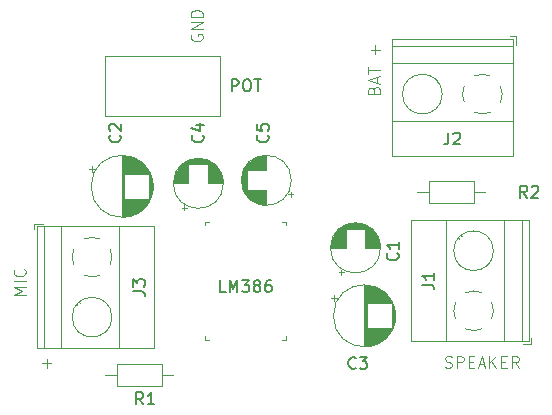
<source format=gbr>
%TF.GenerationSoftware,KiCad,Pcbnew,8.0.5*%
%TF.CreationDate,2024-12-26T15:01:40+03:00*%
%TF.ProjectId,LM386_Audio_Amplifier,4c4d3338-365f-4417-9564-696f5f416d70,v01*%
%TF.SameCoordinates,Original*%
%TF.FileFunction,Legend,Top*%
%TF.FilePolarity,Positive*%
%FSLAX46Y46*%
G04 Gerber Fmt 4.6, Leading zero omitted, Abs format (unit mm)*
G04 Created by KiCad (PCBNEW 8.0.5) date 2024-12-26 15:01:40*
%MOMM*%
%LPD*%
G01*
G04 APERTURE LIST*
%ADD10C,0.100000*%
%ADD11C,0.150000*%
%ADD12C,0.120000*%
G04 APERTURE END LIST*
D10*
X110303884Y-83491466D02*
X111065789Y-83491466D01*
X110684836Y-83872419D02*
X110684836Y-83110514D01*
X122920038Y-55672306D02*
X122872419Y-55767544D01*
X122872419Y-55767544D02*
X122872419Y-55910401D01*
X122872419Y-55910401D02*
X122920038Y-56053258D01*
X122920038Y-56053258D02*
X123015276Y-56148496D01*
X123015276Y-56148496D02*
X123110514Y-56196115D01*
X123110514Y-56196115D02*
X123300990Y-56243734D01*
X123300990Y-56243734D02*
X123443847Y-56243734D01*
X123443847Y-56243734D02*
X123634323Y-56196115D01*
X123634323Y-56196115D02*
X123729561Y-56148496D01*
X123729561Y-56148496D02*
X123824800Y-56053258D01*
X123824800Y-56053258D02*
X123872419Y-55910401D01*
X123872419Y-55910401D02*
X123872419Y-55815163D01*
X123872419Y-55815163D02*
X123824800Y-55672306D01*
X123824800Y-55672306D02*
X123777180Y-55624687D01*
X123777180Y-55624687D02*
X123443847Y-55624687D01*
X123443847Y-55624687D02*
X123443847Y-55815163D01*
X123872419Y-55196115D02*
X122872419Y-55196115D01*
X122872419Y-55196115D02*
X123872419Y-54624687D01*
X123872419Y-54624687D02*
X122872419Y-54624687D01*
X123872419Y-54148496D02*
X122872419Y-54148496D01*
X122872419Y-54148496D02*
X122872419Y-53910401D01*
X122872419Y-53910401D02*
X122920038Y-53767544D01*
X122920038Y-53767544D02*
X123015276Y-53672306D01*
X123015276Y-53672306D02*
X123110514Y-53624687D01*
X123110514Y-53624687D02*
X123300990Y-53577068D01*
X123300990Y-53577068D02*
X123443847Y-53577068D01*
X123443847Y-53577068D02*
X123634323Y-53624687D01*
X123634323Y-53624687D02*
X123729561Y-53672306D01*
X123729561Y-53672306D02*
X123824800Y-53767544D01*
X123824800Y-53767544D02*
X123872419Y-53910401D01*
X123872419Y-53910401D02*
X123872419Y-54148496D01*
X138348609Y-60362782D02*
X138396228Y-60219925D01*
X138396228Y-60219925D02*
X138443847Y-60172306D01*
X138443847Y-60172306D02*
X138539085Y-60124687D01*
X138539085Y-60124687D02*
X138681942Y-60124687D01*
X138681942Y-60124687D02*
X138777180Y-60172306D01*
X138777180Y-60172306D02*
X138824800Y-60219925D01*
X138824800Y-60219925D02*
X138872419Y-60315163D01*
X138872419Y-60315163D02*
X138872419Y-60696115D01*
X138872419Y-60696115D02*
X137872419Y-60696115D01*
X137872419Y-60696115D02*
X137872419Y-60362782D01*
X137872419Y-60362782D02*
X137920038Y-60267544D01*
X137920038Y-60267544D02*
X137967657Y-60219925D01*
X137967657Y-60219925D02*
X138062895Y-60172306D01*
X138062895Y-60172306D02*
X138158133Y-60172306D01*
X138158133Y-60172306D02*
X138253371Y-60219925D01*
X138253371Y-60219925D02*
X138300990Y-60267544D01*
X138300990Y-60267544D02*
X138348609Y-60362782D01*
X138348609Y-60362782D02*
X138348609Y-60696115D01*
X138586704Y-59743734D02*
X138586704Y-59267544D01*
X138872419Y-59838972D02*
X137872419Y-59505639D01*
X137872419Y-59505639D02*
X138872419Y-59172306D01*
X137872419Y-58981829D02*
X137872419Y-58410401D01*
X138872419Y-58696115D02*
X137872419Y-58696115D01*
X138491466Y-57315162D02*
X138491466Y-56553258D01*
X138872419Y-56934210D02*
X138110514Y-56934210D01*
X108872419Y-77696115D02*
X107872419Y-77696115D01*
X107872419Y-77696115D02*
X108586704Y-77362782D01*
X108586704Y-77362782D02*
X107872419Y-77029449D01*
X107872419Y-77029449D02*
X108872419Y-77029449D01*
X108872419Y-76553258D02*
X107872419Y-76553258D01*
X108777180Y-75505640D02*
X108824800Y-75553259D01*
X108824800Y-75553259D02*
X108872419Y-75696116D01*
X108872419Y-75696116D02*
X108872419Y-75791354D01*
X108872419Y-75791354D02*
X108824800Y-75934211D01*
X108824800Y-75934211D02*
X108729561Y-76029449D01*
X108729561Y-76029449D02*
X108634323Y-76077068D01*
X108634323Y-76077068D02*
X108443847Y-76124687D01*
X108443847Y-76124687D02*
X108300990Y-76124687D01*
X108300990Y-76124687D02*
X108110514Y-76077068D01*
X108110514Y-76077068D02*
X108015276Y-76029449D01*
X108015276Y-76029449D02*
X107920038Y-75934211D01*
X107920038Y-75934211D02*
X107872419Y-75791354D01*
X107872419Y-75791354D02*
X107872419Y-75696116D01*
X107872419Y-75696116D02*
X107920038Y-75553259D01*
X107920038Y-75553259D02*
X107967657Y-75505640D01*
X144380952Y-83824800D02*
X144523809Y-83872419D01*
X144523809Y-83872419D02*
X144761904Y-83872419D01*
X144761904Y-83872419D02*
X144857142Y-83824800D01*
X144857142Y-83824800D02*
X144904761Y-83777180D01*
X144904761Y-83777180D02*
X144952380Y-83681942D01*
X144952380Y-83681942D02*
X144952380Y-83586704D01*
X144952380Y-83586704D02*
X144904761Y-83491466D01*
X144904761Y-83491466D02*
X144857142Y-83443847D01*
X144857142Y-83443847D02*
X144761904Y-83396228D01*
X144761904Y-83396228D02*
X144571428Y-83348609D01*
X144571428Y-83348609D02*
X144476190Y-83300990D01*
X144476190Y-83300990D02*
X144428571Y-83253371D01*
X144428571Y-83253371D02*
X144380952Y-83158133D01*
X144380952Y-83158133D02*
X144380952Y-83062895D01*
X144380952Y-83062895D02*
X144428571Y-82967657D01*
X144428571Y-82967657D02*
X144476190Y-82920038D01*
X144476190Y-82920038D02*
X144571428Y-82872419D01*
X144571428Y-82872419D02*
X144809523Y-82872419D01*
X144809523Y-82872419D02*
X144952380Y-82920038D01*
X145380952Y-83872419D02*
X145380952Y-82872419D01*
X145380952Y-82872419D02*
X145761904Y-82872419D01*
X145761904Y-82872419D02*
X145857142Y-82920038D01*
X145857142Y-82920038D02*
X145904761Y-82967657D01*
X145904761Y-82967657D02*
X145952380Y-83062895D01*
X145952380Y-83062895D02*
X145952380Y-83205752D01*
X145952380Y-83205752D02*
X145904761Y-83300990D01*
X145904761Y-83300990D02*
X145857142Y-83348609D01*
X145857142Y-83348609D02*
X145761904Y-83396228D01*
X145761904Y-83396228D02*
X145380952Y-83396228D01*
X146380952Y-83348609D02*
X146714285Y-83348609D01*
X146857142Y-83872419D02*
X146380952Y-83872419D01*
X146380952Y-83872419D02*
X146380952Y-82872419D01*
X146380952Y-82872419D02*
X146857142Y-82872419D01*
X147238095Y-83586704D02*
X147714285Y-83586704D01*
X147142857Y-83872419D02*
X147476190Y-82872419D01*
X147476190Y-82872419D02*
X147809523Y-83872419D01*
X148142857Y-83872419D02*
X148142857Y-82872419D01*
X148714285Y-83872419D02*
X148285714Y-83300990D01*
X148714285Y-82872419D02*
X148142857Y-83443847D01*
X149142857Y-83348609D02*
X149476190Y-83348609D01*
X149619047Y-83872419D02*
X149142857Y-83872419D01*
X149142857Y-83872419D02*
X149142857Y-82872419D01*
X149142857Y-82872419D02*
X149619047Y-82872419D01*
X150619047Y-83872419D02*
X150285714Y-83396228D01*
X150047619Y-83872419D02*
X150047619Y-82872419D01*
X150047619Y-82872419D02*
X150428571Y-82872419D01*
X150428571Y-82872419D02*
X150523809Y-82920038D01*
X150523809Y-82920038D02*
X150571428Y-82967657D01*
X150571428Y-82967657D02*
X150619047Y-83062895D01*
X150619047Y-83062895D02*
X150619047Y-83205752D01*
X150619047Y-83205752D02*
X150571428Y-83300990D01*
X150571428Y-83300990D02*
X150523809Y-83348609D01*
X150523809Y-83348609D02*
X150428571Y-83396228D01*
X150428571Y-83396228D02*
X150047619Y-83396228D01*
D11*
X126333333Y-60454819D02*
X126333333Y-59454819D01*
X126333333Y-59454819D02*
X126714285Y-59454819D01*
X126714285Y-59454819D02*
X126809523Y-59502438D01*
X126809523Y-59502438D02*
X126857142Y-59550057D01*
X126857142Y-59550057D02*
X126904761Y-59645295D01*
X126904761Y-59645295D02*
X126904761Y-59788152D01*
X126904761Y-59788152D02*
X126857142Y-59883390D01*
X126857142Y-59883390D02*
X126809523Y-59931009D01*
X126809523Y-59931009D02*
X126714285Y-59978628D01*
X126714285Y-59978628D02*
X126333333Y-59978628D01*
X127523809Y-59454819D02*
X127714285Y-59454819D01*
X127714285Y-59454819D02*
X127809523Y-59502438D01*
X127809523Y-59502438D02*
X127904761Y-59597676D01*
X127904761Y-59597676D02*
X127952380Y-59788152D01*
X127952380Y-59788152D02*
X127952380Y-60121485D01*
X127952380Y-60121485D02*
X127904761Y-60311961D01*
X127904761Y-60311961D02*
X127809523Y-60407200D01*
X127809523Y-60407200D02*
X127714285Y-60454819D01*
X127714285Y-60454819D02*
X127523809Y-60454819D01*
X127523809Y-60454819D02*
X127428571Y-60407200D01*
X127428571Y-60407200D02*
X127333333Y-60311961D01*
X127333333Y-60311961D02*
X127285714Y-60121485D01*
X127285714Y-60121485D02*
X127285714Y-59788152D01*
X127285714Y-59788152D02*
X127333333Y-59597676D01*
X127333333Y-59597676D02*
X127428571Y-59502438D01*
X127428571Y-59502438D02*
X127523809Y-59454819D01*
X128238095Y-59454819D02*
X128809523Y-59454819D01*
X128523809Y-60454819D02*
X128523809Y-59454819D01*
X144671666Y-63954819D02*
X144671666Y-64669104D01*
X144671666Y-64669104D02*
X144624047Y-64811961D01*
X144624047Y-64811961D02*
X144528809Y-64907200D01*
X144528809Y-64907200D02*
X144385952Y-64954819D01*
X144385952Y-64954819D02*
X144290714Y-64954819D01*
X145100238Y-64050057D02*
X145147857Y-64002438D01*
X145147857Y-64002438D02*
X145243095Y-63954819D01*
X145243095Y-63954819D02*
X145481190Y-63954819D01*
X145481190Y-63954819D02*
X145576428Y-64002438D01*
X145576428Y-64002438D02*
X145624047Y-64050057D01*
X145624047Y-64050057D02*
X145671666Y-64145295D01*
X145671666Y-64145295D02*
X145671666Y-64240533D01*
X145671666Y-64240533D02*
X145624047Y-64383390D01*
X145624047Y-64383390D02*
X145052619Y-64954819D01*
X145052619Y-64954819D02*
X145671666Y-64954819D01*
X125809523Y-77454819D02*
X125333333Y-77454819D01*
X125333333Y-77454819D02*
X125333333Y-76454819D01*
X126142857Y-77454819D02*
X126142857Y-76454819D01*
X126142857Y-76454819D02*
X126476190Y-77169104D01*
X126476190Y-77169104D02*
X126809523Y-76454819D01*
X126809523Y-76454819D02*
X126809523Y-77454819D01*
X127190476Y-76454819D02*
X127809523Y-76454819D01*
X127809523Y-76454819D02*
X127476190Y-76835771D01*
X127476190Y-76835771D02*
X127619047Y-76835771D01*
X127619047Y-76835771D02*
X127714285Y-76883390D01*
X127714285Y-76883390D02*
X127761904Y-76931009D01*
X127761904Y-76931009D02*
X127809523Y-77026247D01*
X127809523Y-77026247D02*
X127809523Y-77264342D01*
X127809523Y-77264342D02*
X127761904Y-77359580D01*
X127761904Y-77359580D02*
X127714285Y-77407200D01*
X127714285Y-77407200D02*
X127619047Y-77454819D01*
X127619047Y-77454819D02*
X127333333Y-77454819D01*
X127333333Y-77454819D02*
X127238095Y-77407200D01*
X127238095Y-77407200D02*
X127190476Y-77359580D01*
X128380952Y-76883390D02*
X128285714Y-76835771D01*
X128285714Y-76835771D02*
X128238095Y-76788152D01*
X128238095Y-76788152D02*
X128190476Y-76692914D01*
X128190476Y-76692914D02*
X128190476Y-76645295D01*
X128190476Y-76645295D02*
X128238095Y-76550057D01*
X128238095Y-76550057D02*
X128285714Y-76502438D01*
X128285714Y-76502438D02*
X128380952Y-76454819D01*
X128380952Y-76454819D02*
X128571428Y-76454819D01*
X128571428Y-76454819D02*
X128666666Y-76502438D01*
X128666666Y-76502438D02*
X128714285Y-76550057D01*
X128714285Y-76550057D02*
X128761904Y-76645295D01*
X128761904Y-76645295D02*
X128761904Y-76692914D01*
X128761904Y-76692914D02*
X128714285Y-76788152D01*
X128714285Y-76788152D02*
X128666666Y-76835771D01*
X128666666Y-76835771D02*
X128571428Y-76883390D01*
X128571428Y-76883390D02*
X128380952Y-76883390D01*
X128380952Y-76883390D02*
X128285714Y-76931009D01*
X128285714Y-76931009D02*
X128238095Y-76978628D01*
X128238095Y-76978628D02*
X128190476Y-77073866D01*
X128190476Y-77073866D02*
X128190476Y-77264342D01*
X128190476Y-77264342D02*
X128238095Y-77359580D01*
X128238095Y-77359580D02*
X128285714Y-77407200D01*
X128285714Y-77407200D02*
X128380952Y-77454819D01*
X128380952Y-77454819D02*
X128571428Y-77454819D01*
X128571428Y-77454819D02*
X128666666Y-77407200D01*
X128666666Y-77407200D02*
X128714285Y-77359580D01*
X128714285Y-77359580D02*
X128761904Y-77264342D01*
X128761904Y-77264342D02*
X128761904Y-77073866D01*
X128761904Y-77073866D02*
X128714285Y-76978628D01*
X128714285Y-76978628D02*
X128666666Y-76931009D01*
X128666666Y-76931009D02*
X128571428Y-76883390D01*
X129619047Y-76454819D02*
X129428571Y-76454819D01*
X129428571Y-76454819D02*
X129333333Y-76502438D01*
X129333333Y-76502438D02*
X129285714Y-76550057D01*
X129285714Y-76550057D02*
X129190476Y-76692914D01*
X129190476Y-76692914D02*
X129142857Y-76883390D01*
X129142857Y-76883390D02*
X129142857Y-77264342D01*
X129142857Y-77264342D02*
X129190476Y-77359580D01*
X129190476Y-77359580D02*
X129238095Y-77407200D01*
X129238095Y-77407200D02*
X129333333Y-77454819D01*
X129333333Y-77454819D02*
X129523809Y-77454819D01*
X129523809Y-77454819D02*
X129619047Y-77407200D01*
X129619047Y-77407200D02*
X129666666Y-77359580D01*
X129666666Y-77359580D02*
X129714285Y-77264342D01*
X129714285Y-77264342D02*
X129714285Y-77026247D01*
X129714285Y-77026247D02*
X129666666Y-76931009D01*
X129666666Y-76931009D02*
X129619047Y-76883390D01*
X129619047Y-76883390D02*
X129523809Y-76835771D01*
X129523809Y-76835771D02*
X129333333Y-76835771D01*
X129333333Y-76835771D02*
X129238095Y-76883390D01*
X129238095Y-76883390D02*
X129190476Y-76931009D01*
X129190476Y-76931009D02*
X129142857Y-77026247D01*
X151333333Y-69454819D02*
X151000000Y-68978628D01*
X150761905Y-69454819D02*
X150761905Y-68454819D01*
X150761905Y-68454819D02*
X151142857Y-68454819D01*
X151142857Y-68454819D02*
X151238095Y-68502438D01*
X151238095Y-68502438D02*
X151285714Y-68550057D01*
X151285714Y-68550057D02*
X151333333Y-68645295D01*
X151333333Y-68645295D02*
X151333333Y-68788152D01*
X151333333Y-68788152D02*
X151285714Y-68883390D01*
X151285714Y-68883390D02*
X151238095Y-68931009D01*
X151238095Y-68931009D02*
X151142857Y-68978628D01*
X151142857Y-68978628D02*
X150761905Y-68978628D01*
X151714286Y-68550057D02*
X151761905Y-68502438D01*
X151761905Y-68502438D02*
X151857143Y-68454819D01*
X151857143Y-68454819D02*
X152095238Y-68454819D01*
X152095238Y-68454819D02*
X152190476Y-68502438D01*
X152190476Y-68502438D02*
X152238095Y-68550057D01*
X152238095Y-68550057D02*
X152285714Y-68645295D01*
X152285714Y-68645295D02*
X152285714Y-68740533D01*
X152285714Y-68740533D02*
X152238095Y-68883390D01*
X152238095Y-68883390D02*
X151666667Y-69454819D01*
X151666667Y-69454819D02*
X152285714Y-69454819D01*
X118833333Y-86954819D02*
X118500000Y-86478628D01*
X118261905Y-86954819D02*
X118261905Y-85954819D01*
X118261905Y-85954819D02*
X118642857Y-85954819D01*
X118642857Y-85954819D02*
X118738095Y-86002438D01*
X118738095Y-86002438D02*
X118785714Y-86050057D01*
X118785714Y-86050057D02*
X118833333Y-86145295D01*
X118833333Y-86145295D02*
X118833333Y-86288152D01*
X118833333Y-86288152D02*
X118785714Y-86383390D01*
X118785714Y-86383390D02*
X118738095Y-86431009D01*
X118738095Y-86431009D02*
X118642857Y-86478628D01*
X118642857Y-86478628D02*
X118261905Y-86478628D01*
X119785714Y-86954819D02*
X119214286Y-86954819D01*
X119500000Y-86954819D02*
X119500000Y-85954819D01*
X119500000Y-85954819D02*
X119404762Y-86097676D01*
X119404762Y-86097676D02*
X119309524Y-86192914D01*
X119309524Y-86192914D02*
X119214286Y-86240533D01*
X117954819Y-77373333D02*
X118669104Y-77373333D01*
X118669104Y-77373333D02*
X118811961Y-77420952D01*
X118811961Y-77420952D02*
X118907200Y-77516190D01*
X118907200Y-77516190D02*
X118954819Y-77659047D01*
X118954819Y-77659047D02*
X118954819Y-77754285D01*
X117954819Y-76992380D02*
X117954819Y-76373333D01*
X117954819Y-76373333D02*
X118335771Y-76706666D01*
X118335771Y-76706666D02*
X118335771Y-76563809D01*
X118335771Y-76563809D02*
X118383390Y-76468571D01*
X118383390Y-76468571D02*
X118431009Y-76420952D01*
X118431009Y-76420952D02*
X118526247Y-76373333D01*
X118526247Y-76373333D02*
X118764342Y-76373333D01*
X118764342Y-76373333D02*
X118859580Y-76420952D01*
X118859580Y-76420952D02*
X118907200Y-76468571D01*
X118907200Y-76468571D02*
X118954819Y-76563809D01*
X118954819Y-76563809D02*
X118954819Y-76849523D01*
X118954819Y-76849523D02*
X118907200Y-76944761D01*
X118907200Y-76944761D02*
X118859580Y-76992380D01*
X142454819Y-76833333D02*
X143169104Y-76833333D01*
X143169104Y-76833333D02*
X143311961Y-76880952D01*
X143311961Y-76880952D02*
X143407200Y-76976190D01*
X143407200Y-76976190D02*
X143454819Y-77119047D01*
X143454819Y-77119047D02*
X143454819Y-77214285D01*
X143454819Y-75833333D02*
X143454819Y-76404761D01*
X143454819Y-76119047D02*
X142454819Y-76119047D01*
X142454819Y-76119047D02*
X142597676Y-76214285D01*
X142597676Y-76214285D02*
X142692914Y-76309523D01*
X142692914Y-76309523D02*
X142740533Y-76404761D01*
X129359580Y-64166666D02*
X129407200Y-64214285D01*
X129407200Y-64214285D02*
X129454819Y-64357142D01*
X129454819Y-64357142D02*
X129454819Y-64452380D01*
X129454819Y-64452380D02*
X129407200Y-64595237D01*
X129407200Y-64595237D02*
X129311961Y-64690475D01*
X129311961Y-64690475D02*
X129216723Y-64738094D01*
X129216723Y-64738094D02*
X129026247Y-64785713D01*
X129026247Y-64785713D02*
X128883390Y-64785713D01*
X128883390Y-64785713D02*
X128692914Y-64738094D01*
X128692914Y-64738094D02*
X128597676Y-64690475D01*
X128597676Y-64690475D02*
X128502438Y-64595237D01*
X128502438Y-64595237D02*
X128454819Y-64452380D01*
X128454819Y-64452380D02*
X128454819Y-64357142D01*
X128454819Y-64357142D02*
X128502438Y-64214285D01*
X128502438Y-64214285D02*
X128550057Y-64166666D01*
X128454819Y-63261904D02*
X128454819Y-63738094D01*
X128454819Y-63738094D02*
X128931009Y-63785713D01*
X128931009Y-63785713D02*
X128883390Y-63738094D01*
X128883390Y-63738094D02*
X128835771Y-63642856D01*
X128835771Y-63642856D02*
X128835771Y-63404761D01*
X128835771Y-63404761D02*
X128883390Y-63309523D01*
X128883390Y-63309523D02*
X128931009Y-63261904D01*
X128931009Y-63261904D02*
X129026247Y-63214285D01*
X129026247Y-63214285D02*
X129264342Y-63214285D01*
X129264342Y-63214285D02*
X129359580Y-63261904D01*
X129359580Y-63261904D02*
X129407200Y-63309523D01*
X129407200Y-63309523D02*
X129454819Y-63404761D01*
X129454819Y-63404761D02*
X129454819Y-63642856D01*
X129454819Y-63642856D02*
X129407200Y-63738094D01*
X129407200Y-63738094D02*
X129359580Y-63785713D01*
X123859580Y-64166666D02*
X123907200Y-64214285D01*
X123907200Y-64214285D02*
X123954819Y-64357142D01*
X123954819Y-64357142D02*
X123954819Y-64452380D01*
X123954819Y-64452380D02*
X123907200Y-64595237D01*
X123907200Y-64595237D02*
X123811961Y-64690475D01*
X123811961Y-64690475D02*
X123716723Y-64738094D01*
X123716723Y-64738094D02*
X123526247Y-64785713D01*
X123526247Y-64785713D02*
X123383390Y-64785713D01*
X123383390Y-64785713D02*
X123192914Y-64738094D01*
X123192914Y-64738094D02*
X123097676Y-64690475D01*
X123097676Y-64690475D02*
X123002438Y-64595237D01*
X123002438Y-64595237D02*
X122954819Y-64452380D01*
X122954819Y-64452380D02*
X122954819Y-64357142D01*
X122954819Y-64357142D02*
X123002438Y-64214285D01*
X123002438Y-64214285D02*
X123050057Y-64166666D01*
X123288152Y-63309523D02*
X123954819Y-63309523D01*
X122907200Y-63547618D02*
X123621485Y-63785713D01*
X123621485Y-63785713D02*
X123621485Y-63166666D01*
X136833333Y-83859580D02*
X136785714Y-83907200D01*
X136785714Y-83907200D02*
X136642857Y-83954819D01*
X136642857Y-83954819D02*
X136547619Y-83954819D01*
X136547619Y-83954819D02*
X136404762Y-83907200D01*
X136404762Y-83907200D02*
X136309524Y-83811961D01*
X136309524Y-83811961D02*
X136261905Y-83716723D01*
X136261905Y-83716723D02*
X136214286Y-83526247D01*
X136214286Y-83526247D02*
X136214286Y-83383390D01*
X136214286Y-83383390D02*
X136261905Y-83192914D01*
X136261905Y-83192914D02*
X136309524Y-83097676D01*
X136309524Y-83097676D02*
X136404762Y-83002438D01*
X136404762Y-83002438D02*
X136547619Y-82954819D01*
X136547619Y-82954819D02*
X136642857Y-82954819D01*
X136642857Y-82954819D02*
X136785714Y-83002438D01*
X136785714Y-83002438D02*
X136833333Y-83050057D01*
X137166667Y-82954819D02*
X137785714Y-82954819D01*
X137785714Y-82954819D02*
X137452381Y-83335771D01*
X137452381Y-83335771D02*
X137595238Y-83335771D01*
X137595238Y-83335771D02*
X137690476Y-83383390D01*
X137690476Y-83383390D02*
X137738095Y-83431009D01*
X137738095Y-83431009D02*
X137785714Y-83526247D01*
X137785714Y-83526247D02*
X137785714Y-83764342D01*
X137785714Y-83764342D02*
X137738095Y-83859580D01*
X137738095Y-83859580D02*
X137690476Y-83907200D01*
X137690476Y-83907200D02*
X137595238Y-83954819D01*
X137595238Y-83954819D02*
X137309524Y-83954819D01*
X137309524Y-83954819D02*
X137214286Y-83907200D01*
X137214286Y-83907200D02*
X137166667Y-83859580D01*
X116859580Y-64166666D02*
X116907200Y-64214285D01*
X116907200Y-64214285D02*
X116954819Y-64357142D01*
X116954819Y-64357142D02*
X116954819Y-64452380D01*
X116954819Y-64452380D02*
X116907200Y-64595237D01*
X116907200Y-64595237D02*
X116811961Y-64690475D01*
X116811961Y-64690475D02*
X116716723Y-64738094D01*
X116716723Y-64738094D02*
X116526247Y-64785713D01*
X116526247Y-64785713D02*
X116383390Y-64785713D01*
X116383390Y-64785713D02*
X116192914Y-64738094D01*
X116192914Y-64738094D02*
X116097676Y-64690475D01*
X116097676Y-64690475D02*
X116002438Y-64595237D01*
X116002438Y-64595237D02*
X115954819Y-64452380D01*
X115954819Y-64452380D02*
X115954819Y-64357142D01*
X115954819Y-64357142D02*
X116002438Y-64214285D01*
X116002438Y-64214285D02*
X116050057Y-64166666D01*
X116050057Y-63785713D02*
X116002438Y-63738094D01*
X116002438Y-63738094D02*
X115954819Y-63642856D01*
X115954819Y-63642856D02*
X115954819Y-63404761D01*
X115954819Y-63404761D02*
X116002438Y-63309523D01*
X116002438Y-63309523D02*
X116050057Y-63261904D01*
X116050057Y-63261904D02*
X116145295Y-63214285D01*
X116145295Y-63214285D02*
X116240533Y-63214285D01*
X116240533Y-63214285D02*
X116383390Y-63261904D01*
X116383390Y-63261904D02*
X116954819Y-63833332D01*
X116954819Y-63833332D02*
X116954819Y-63214285D01*
X140359580Y-74166666D02*
X140407200Y-74214285D01*
X140407200Y-74214285D02*
X140454819Y-74357142D01*
X140454819Y-74357142D02*
X140454819Y-74452380D01*
X140454819Y-74452380D02*
X140407200Y-74595237D01*
X140407200Y-74595237D02*
X140311961Y-74690475D01*
X140311961Y-74690475D02*
X140216723Y-74738094D01*
X140216723Y-74738094D02*
X140026247Y-74785713D01*
X140026247Y-74785713D02*
X139883390Y-74785713D01*
X139883390Y-74785713D02*
X139692914Y-74738094D01*
X139692914Y-74738094D02*
X139597676Y-74690475D01*
X139597676Y-74690475D02*
X139502438Y-74595237D01*
X139502438Y-74595237D02*
X139454819Y-74452380D01*
X139454819Y-74452380D02*
X139454819Y-74357142D01*
X139454819Y-74357142D02*
X139502438Y-74214285D01*
X139502438Y-74214285D02*
X139550057Y-74166666D01*
X140454819Y-73214285D02*
X140454819Y-73785713D01*
X140454819Y-73499999D02*
X139454819Y-73499999D01*
X139454819Y-73499999D02*
X139597676Y-73595237D01*
X139597676Y-73595237D02*
X139692914Y-73690475D01*
X139692914Y-73690475D02*
X139740533Y-73785713D01*
D12*
%TO.C,POT*%
X125345000Y-62530000D02*
X125345000Y-57460000D01*
X125345000Y-62530000D02*
X115575000Y-62530000D01*
X125345000Y-57460000D02*
X115575000Y-57460000D01*
X115575000Y-62530000D02*
X115575000Y-57460000D01*
%TO.C,J2*%
X150385000Y-56535000D02*
X150385000Y-55795000D01*
X150385000Y-55795000D02*
X149885000Y-55795000D01*
X150145000Y-65956000D02*
X150145000Y-56035000D01*
X150145000Y-65956000D02*
X139865000Y-65956000D01*
X150145000Y-62996000D02*
X139865000Y-62996000D01*
X150145000Y-58095000D02*
X139865000Y-58095000D01*
X150145000Y-56595000D02*
X139865000Y-56595000D01*
X150145000Y-56035000D02*
X139865000Y-56035000D01*
X143692000Y-59672000D02*
X143739000Y-59626000D01*
X143499000Y-59456000D02*
X143534000Y-59421000D01*
X141395000Y-61970000D02*
X141430000Y-61934000D01*
X141190000Y-61764000D02*
X141237000Y-61718000D01*
X139865000Y-65956000D02*
X139865000Y-56035000D01*
X149080427Y-60011958D02*
G75*
G02*
X149080000Y-61379000I-1535420J-683041D01*
G01*
X148228042Y-62230427D02*
G75*
G02*
X146861000Y-62230000I-683041J1535420D01*
G01*
X147516195Y-59014747D02*
G75*
G02*
X148229000Y-59160000I28806J-1680254D01*
G01*
X146861682Y-59160244D02*
G75*
G02*
X147545000Y-59015000I683318J-1534756D01*
G01*
X146009573Y-61378042D02*
G75*
G02*
X146010000Y-60011000I1535427J683042D01*
G01*
X144145000Y-60695000D02*
G75*
G02*
X140785000Y-60695000I-1680000J0D01*
G01*
X140785000Y-60695000D02*
G75*
G02*
X144145000Y-60695000I1680000J0D01*
G01*
D10*
%TO.C,LM386*%
X124090000Y-71800000D02*
X124090000Y-71500000D01*
X124090000Y-71500000D02*
X124390000Y-71500000D01*
X130890000Y-71800000D02*
X130890000Y-71500000D01*
X130890000Y-71500000D02*
X130590000Y-71500000D01*
X130890000Y-81200000D02*
X130890000Y-81500000D01*
X130890000Y-81500000D02*
X130590000Y-81500000D01*
X124090000Y-81200000D02*
X124090000Y-81500000D01*
X124090000Y-81500000D02*
X124390000Y-81500000D01*
D12*
%TO.C,R2*%
X142055000Y-68965000D02*
X143005000Y-68965000D01*
X143005000Y-68045000D02*
X143005000Y-69885000D01*
X143005000Y-69885000D02*
X146845000Y-69885000D01*
X146845000Y-68045000D02*
X143005000Y-68045000D01*
X146845000Y-69885000D02*
X146845000Y-68045000D01*
X147795000Y-68965000D02*
X146845000Y-68965000D01*
%TO.C,R1*%
X121370000Y-84500000D02*
X120420000Y-84500000D01*
X120420000Y-85420000D02*
X120420000Y-83580000D01*
X120420000Y-83580000D02*
X116580000Y-83580000D01*
X116580000Y-85420000D02*
X120420000Y-85420000D01*
X116580000Y-83580000D02*
X116580000Y-85420000D01*
X115630000Y-84500000D02*
X116580000Y-84500000D01*
%TO.C,J3*%
X110340000Y-71660000D02*
X109600000Y-71660000D01*
X109600000Y-71660000D02*
X109600000Y-72160000D01*
X119761000Y-71900000D02*
X109840000Y-71900000D01*
X119761000Y-71900000D02*
X119761000Y-82180000D01*
X116801000Y-71900000D02*
X116801000Y-82180000D01*
X111900000Y-71900000D02*
X111900000Y-82180000D01*
X110400000Y-71900000D02*
X110400000Y-82180000D01*
X109840000Y-71900000D02*
X109840000Y-82180000D01*
X113477000Y-78353000D02*
X113431000Y-78306000D01*
X113261000Y-78546000D02*
X113226000Y-78511000D01*
X115775000Y-80650000D02*
X115739000Y-80615000D01*
X115569000Y-80855000D02*
X115523000Y-80808000D01*
X119761000Y-82180000D02*
X109840000Y-82180000D01*
X113816958Y-72964573D02*
G75*
G02*
X115184000Y-72965000I683041J-1535420D01*
G01*
X116035427Y-73816958D02*
G75*
G02*
X116035000Y-75184000I-1535420J-683041D01*
G01*
X112819747Y-74528805D02*
G75*
G02*
X112965000Y-73816000I1680254J28806D01*
G01*
X112965244Y-75183318D02*
G75*
G02*
X112820000Y-74500000I1534756J683318D01*
G01*
X115183042Y-76035427D02*
G75*
G02*
X113816000Y-76035000I-683042J1535427D01*
G01*
X116180000Y-79580000D02*
G75*
G02*
X112820000Y-79580000I-1680000J0D01*
G01*
X112820000Y-79580000D02*
G75*
G02*
X116180000Y-79580000I1680000J0D01*
G01*
%TO.C,J1*%
X150965000Y-81885000D02*
X151705000Y-81885000D01*
X151705000Y-81885000D02*
X151705000Y-81385000D01*
X141544000Y-81645000D02*
X151465000Y-81645000D01*
X141544000Y-81645000D02*
X141544000Y-71365000D01*
X144504000Y-81645000D02*
X144504000Y-71365000D01*
X149405000Y-81645000D02*
X149405000Y-71365000D01*
X150905000Y-81645000D02*
X150905000Y-71365000D01*
X151465000Y-81645000D02*
X151465000Y-71365000D01*
X147828000Y-75192000D02*
X147874000Y-75239000D01*
X148044000Y-74999000D02*
X148079000Y-75034000D01*
X145530000Y-72895000D02*
X145566000Y-72930000D01*
X145736000Y-72690000D02*
X145782000Y-72737000D01*
X141544000Y-71365000D02*
X151465000Y-71365000D01*
X147488042Y-80580427D02*
G75*
G02*
X146121000Y-80580000I-683041J1535420D01*
G01*
X145269573Y-79728042D02*
G75*
G02*
X145270000Y-78361000I1535420J683041D01*
G01*
X148485253Y-79016195D02*
G75*
G02*
X148340000Y-79729000I-1680254J-28806D01*
G01*
X148339756Y-78361682D02*
G75*
G02*
X148485000Y-79045000I-1534756J-683318D01*
G01*
X146121958Y-77509573D02*
G75*
G02*
X147489000Y-77510000I683042J-1535427D01*
G01*
X148485000Y-73965000D02*
G75*
G02*
X145125000Y-73965000I-1680000J0D01*
G01*
X145125000Y-73965000D02*
G75*
G02*
X148485000Y-73965000I1680000J0D01*
G01*
%TO.C,C5*%
X131519801Y-69195000D02*
X131119801Y-69195000D01*
X131319801Y-69395000D02*
X131319801Y-68995000D01*
X129250000Y-70080000D02*
X129250000Y-68840000D01*
X129250000Y-67160000D02*
X129250000Y-65920000D01*
X129210000Y-70080000D02*
X129210000Y-68840000D01*
X129210000Y-67160000D02*
X129210000Y-65920000D01*
X129170000Y-70079000D02*
X129170000Y-68840000D01*
X129170000Y-67160000D02*
X129170000Y-65921000D01*
X129130000Y-70077000D02*
X129130000Y-68840000D01*
X129130000Y-67160000D02*
X129130000Y-65923000D01*
X129090000Y-70074000D02*
X129090000Y-68840000D01*
X129090000Y-67160000D02*
X129090000Y-65926000D01*
X129050000Y-70071000D02*
X129050000Y-68840000D01*
X129050000Y-67160000D02*
X129050000Y-65929000D01*
X129010000Y-70067000D02*
X129010000Y-68840000D01*
X129010000Y-67160000D02*
X129010000Y-65933000D01*
X128970000Y-70062000D02*
X128970000Y-68840000D01*
X128970000Y-67160000D02*
X128970000Y-65938000D01*
X128930000Y-70056000D02*
X128930000Y-68840000D01*
X128930000Y-67160000D02*
X128930000Y-65944000D01*
X128890000Y-70050000D02*
X128890000Y-68840000D01*
X128890000Y-67160000D02*
X128890000Y-65950000D01*
X128850000Y-70042000D02*
X128850000Y-68840000D01*
X128850000Y-67160000D02*
X128850000Y-65958000D01*
X128810000Y-70034000D02*
X128810000Y-68840000D01*
X128810000Y-67160000D02*
X128810000Y-65966000D01*
X128770000Y-70025000D02*
X128770000Y-68840000D01*
X128770000Y-67160000D02*
X128770000Y-65975000D01*
X128730000Y-70016000D02*
X128730000Y-68840000D01*
X128730000Y-67160000D02*
X128730000Y-65984000D01*
X128690000Y-70005000D02*
X128690000Y-68840000D01*
X128690000Y-67160000D02*
X128690000Y-65995000D01*
X128650000Y-69994000D02*
X128650000Y-68840000D01*
X128650000Y-67160000D02*
X128650000Y-66006000D01*
X128610000Y-69982000D02*
X128610000Y-68840000D01*
X128610000Y-67160000D02*
X128610000Y-66018000D01*
X128570000Y-69968000D02*
X128570000Y-68840000D01*
X128570000Y-67160000D02*
X128570000Y-66032000D01*
X128529000Y-69954000D02*
X128529000Y-68840000D01*
X128529000Y-67160000D02*
X128529000Y-66046000D01*
X128489000Y-69940000D02*
X128489000Y-68840000D01*
X128489000Y-67160000D02*
X128489000Y-66060000D01*
X128449000Y-69924000D02*
X128449000Y-68840000D01*
X128449000Y-67160000D02*
X128449000Y-66076000D01*
X128409000Y-69907000D02*
X128409000Y-68840000D01*
X128409000Y-67160000D02*
X128409000Y-66093000D01*
X128369000Y-69889000D02*
X128369000Y-68840000D01*
X128369000Y-67160000D02*
X128369000Y-66111000D01*
X128329000Y-69870000D02*
X128329000Y-68840000D01*
X128329000Y-67160000D02*
X128329000Y-66130000D01*
X128289000Y-69851000D02*
X128289000Y-68840000D01*
X128289000Y-67160000D02*
X128289000Y-66149000D01*
X128249000Y-69830000D02*
X128249000Y-68840000D01*
X128249000Y-67160000D02*
X128249000Y-66170000D01*
X128209000Y-69808000D02*
X128209000Y-68840000D01*
X128209000Y-67160000D02*
X128209000Y-66192000D01*
X128169000Y-69785000D02*
X128169000Y-68840000D01*
X128169000Y-67160000D02*
X128169000Y-66215000D01*
X128129000Y-69760000D02*
X128129000Y-68840000D01*
X128129000Y-67160000D02*
X128129000Y-66240000D01*
X128089000Y-69735000D02*
X128089000Y-68840000D01*
X128089000Y-67160000D02*
X128089000Y-66265000D01*
X128049000Y-69708000D02*
X128049000Y-68840000D01*
X128049000Y-67160000D02*
X128049000Y-66292000D01*
X128009000Y-69680000D02*
X128009000Y-68840000D01*
X128009000Y-67160000D02*
X128009000Y-66320000D01*
X127969000Y-69650000D02*
X127969000Y-68840000D01*
X127969000Y-67160000D02*
X127969000Y-66350000D01*
X127929000Y-69619000D02*
X127929000Y-68840000D01*
X127929000Y-67160000D02*
X127929000Y-66381000D01*
X127889000Y-69587000D02*
X127889000Y-68840000D01*
X127889000Y-67160000D02*
X127889000Y-66413000D01*
X127849000Y-69552000D02*
X127849000Y-68840000D01*
X127849000Y-67160000D02*
X127849000Y-66448000D01*
X127809000Y-69516000D02*
X127809000Y-68840000D01*
X127809000Y-67160000D02*
X127809000Y-66484000D01*
X127769000Y-69478000D02*
X127769000Y-68840000D01*
X127769000Y-67160000D02*
X127769000Y-66522000D01*
X127729000Y-69438000D02*
X127729000Y-68840000D01*
X127729000Y-67160000D02*
X127729000Y-66562000D01*
X127689000Y-69396000D02*
X127689000Y-68840000D01*
X127689000Y-67160000D02*
X127689000Y-66604000D01*
X127649000Y-69351000D02*
X127649000Y-66649000D01*
X127609000Y-69304000D02*
X127609000Y-66696000D01*
X127569000Y-69254000D02*
X127569000Y-66746000D01*
X127529000Y-69200000D02*
X127529000Y-66800000D01*
X127489000Y-69142000D02*
X127489000Y-66858000D01*
X127449000Y-69080000D02*
X127449000Y-66920000D01*
X127409000Y-69013000D02*
X127409000Y-66987000D01*
X127369000Y-68940000D02*
X127369000Y-67060000D01*
X127329000Y-68859000D02*
X127329000Y-67141000D01*
X127289000Y-68768000D02*
X127289000Y-67232000D01*
X127249000Y-68664000D02*
X127249000Y-67336000D01*
X127209000Y-68537000D02*
X127209000Y-67463000D01*
X127169000Y-68370000D02*
X127169000Y-67630000D01*
X131370000Y-68000000D02*
G75*
G02*
X127130000Y-68000000I-2120000J0D01*
G01*
X127130000Y-68000000D02*
G75*
G02*
X131370000Y-68000000I2120000J0D01*
G01*
%TO.C,C4*%
X122305000Y-70519801D02*
X122305000Y-70119801D01*
X122105000Y-70319801D02*
X122505000Y-70319801D01*
X121420000Y-68250000D02*
X122660000Y-68250000D01*
X124340000Y-68250000D02*
X125580000Y-68250000D01*
X121420000Y-68210000D02*
X122660000Y-68210000D01*
X124340000Y-68210000D02*
X125580000Y-68210000D01*
X121421000Y-68170000D02*
X122660000Y-68170000D01*
X124340000Y-68170000D02*
X125579000Y-68170000D01*
X121423000Y-68130000D02*
X122660000Y-68130000D01*
X124340000Y-68130000D02*
X125577000Y-68130000D01*
X121426000Y-68090000D02*
X122660000Y-68090000D01*
X124340000Y-68090000D02*
X125574000Y-68090000D01*
X121429000Y-68050000D02*
X122660000Y-68050000D01*
X124340000Y-68050000D02*
X125571000Y-68050000D01*
X121433000Y-68010000D02*
X122660000Y-68010000D01*
X124340000Y-68010000D02*
X125567000Y-68010000D01*
X121438000Y-67970000D02*
X122660000Y-67970000D01*
X124340000Y-67970000D02*
X125562000Y-67970000D01*
X121444000Y-67930000D02*
X122660000Y-67930000D01*
X124340000Y-67930000D02*
X125556000Y-67930000D01*
X121450000Y-67890000D02*
X122660000Y-67890000D01*
X124340000Y-67890000D02*
X125550000Y-67890000D01*
X121458000Y-67850000D02*
X122660000Y-67850000D01*
X124340000Y-67850000D02*
X125542000Y-67850000D01*
X121466000Y-67810000D02*
X122660000Y-67810000D01*
X124340000Y-67810000D02*
X125534000Y-67810000D01*
X121475000Y-67770000D02*
X122660000Y-67770000D01*
X124340000Y-67770000D02*
X125525000Y-67770000D01*
X121484000Y-67730000D02*
X122660000Y-67730000D01*
X124340000Y-67730000D02*
X125516000Y-67730000D01*
X121495000Y-67690000D02*
X122660000Y-67690000D01*
X124340000Y-67690000D02*
X125505000Y-67690000D01*
X121506000Y-67650000D02*
X122660000Y-67650000D01*
X124340000Y-67650000D02*
X125494000Y-67650000D01*
X121518000Y-67610000D02*
X122660000Y-67610000D01*
X124340000Y-67610000D02*
X125482000Y-67610000D01*
X121532000Y-67570000D02*
X122660000Y-67570000D01*
X124340000Y-67570000D02*
X125468000Y-67570000D01*
X121546000Y-67529000D02*
X122660000Y-67529000D01*
X124340000Y-67529000D02*
X125454000Y-67529000D01*
X121560000Y-67489000D02*
X122660000Y-67489000D01*
X124340000Y-67489000D02*
X125440000Y-67489000D01*
X121576000Y-67449000D02*
X122660000Y-67449000D01*
X124340000Y-67449000D02*
X125424000Y-67449000D01*
X121593000Y-67409000D02*
X122660000Y-67409000D01*
X124340000Y-67409000D02*
X125407000Y-67409000D01*
X121611000Y-67369000D02*
X122660000Y-67369000D01*
X124340000Y-67369000D02*
X125389000Y-67369000D01*
X121630000Y-67329000D02*
X122660000Y-67329000D01*
X124340000Y-67329000D02*
X125370000Y-67329000D01*
X121649000Y-67289000D02*
X122660000Y-67289000D01*
X124340000Y-67289000D02*
X125351000Y-67289000D01*
X121670000Y-67249000D02*
X122660000Y-67249000D01*
X124340000Y-67249000D02*
X125330000Y-67249000D01*
X121692000Y-67209000D02*
X122660000Y-67209000D01*
X124340000Y-67209000D02*
X125308000Y-67209000D01*
X121715000Y-67169000D02*
X122660000Y-67169000D01*
X124340000Y-67169000D02*
X125285000Y-67169000D01*
X121740000Y-67129000D02*
X122660000Y-67129000D01*
X124340000Y-67129000D02*
X125260000Y-67129000D01*
X121765000Y-67089000D02*
X122660000Y-67089000D01*
X124340000Y-67089000D02*
X125235000Y-67089000D01*
X121792000Y-67049000D02*
X122660000Y-67049000D01*
X124340000Y-67049000D02*
X125208000Y-67049000D01*
X121820000Y-67009000D02*
X122660000Y-67009000D01*
X124340000Y-67009000D02*
X125180000Y-67009000D01*
X121850000Y-66969000D02*
X122660000Y-66969000D01*
X124340000Y-66969000D02*
X125150000Y-66969000D01*
X121881000Y-66929000D02*
X122660000Y-66929000D01*
X124340000Y-66929000D02*
X125119000Y-66929000D01*
X121913000Y-66889000D02*
X122660000Y-66889000D01*
X124340000Y-66889000D02*
X125087000Y-66889000D01*
X121948000Y-66849000D02*
X122660000Y-66849000D01*
X124340000Y-66849000D02*
X125052000Y-66849000D01*
X121984000Y-66809000D02*
X122660000Y-66809000D01*
X124340000Y-66809000D02*
X125016000Y-66809000D01*
X122022000Y-66769000D02*
X122660000Y-66769000D01*
X124340000Y-66769000D02*
X124978000Y-66769000D01*
X122062000Y-66729000D02*
X122660000Y-66729000D01*
X124340000Y-66729000D02*
X124938000Y-66729000D01*
X122104000Y-66689000D02*
X122660000Y-66689000D01*
X124340000Y-66689000D02*
X124896000Y-66689000D01*
X122149000Y-66649000D02*
X124851000Y-66649000D01*
X122196000Y-66609000D02*
X124804000Y-66609000D01*
X122246000Y-66569000D02*
X124754000Y-66569000D01*
X122300000Y-66529000D02*
X124700000Y-66529000D01*
X122358000Y-66489000D02*
X124642000Y-66489000D01*
X122420000Y-66449000D02*
X124580000Y-66449000D01*
X122487000Y-66409000D02*
X124513000Y-66409000D01*
X122560000Y-66369000D02*
X124440000Y-66369000D01*
X122641000Y-66329000D02*
X124359000Y-66329000D01*
X122732000Y-66289000D02*
X124268000Y-66289000D01*
X122836000Y-66249000D02*
X124164000Y-66249000D01*
X122963000Y-66209000D02*
X124037000Y-66209000D01*
X123130000Y-66169000D02*
X123870000Y-66169000D01*
X125620000Y-68250000D02*
G75*
G02*
X121380000Y-68250000I-2120000J0D01*
G01*
X121380000Y-68250000D02*
G75*
G02*
X125620000Y-68250000I2120000J0D01*
G01*
%TO.C,C3*%
X134750225Y-77990000D02*
X135250225Y-77990000D01*
X135000225Y-77740000D02*
X135000225Y-78240000D01*
X137555000Y-76885000D02*
X137555000Y-82045000D01*
X137595000Y-76885000D02*
X137595000Y-82045000D01*
X137635000Y-76886000D02*
X137635000Y-82044000D01*
X137675000Y-76887000D02*
X137675000Y-82043000D01*
X137715000Y-76889000D02*
X137715000Y-82041000D01*
X137755000Y-76892000D02*
X137755000Y-82038000D01*
X137795000Y-76896000D02*
X137795000Y-78425000D01*
X137795000Y-80505000D02*
X137795000Y-82034000D01*
X137835000Y-76900000D02*
X137835000Y-78425000D01*
X137835000Y-80505000D02*
X137835000Y-82030000D01*
X137875000Y-76904000D02*
X137875000Y-78425000D01*
X137875000Y-80505000D02*
X137875000Y-82026000D01*
X137915000Y-76909000D02*
X137915000Y-78425000D01*
X137915000Y-80505000D02*
X137915000Y-82021000D01*
X137955000Y-76915000D02*
X137955000Y-78425000D01*
X137955000Y-80505000D02*
X137955000Y-82015000D01*
X137995000Y-76922000D02*
X137995000Y-78425000D01*
X137995000Y-80505000D02*
X137995000Y-82008000D01*
X138035000Y-76929000D02*
X138035000Y-78425000D01*
X138035000Y-80505000D02*
X138035000Y-82001000D01*
X138075000Y-76937000D02*
X138075000Y-78425000D01*
X138075000Y-80505000D02*
X138075000Y-81993000D01*
X138115000Y-76945000D02*
X138115000Y-78425000D01*
X138115000Y-80505000D02*
X138115000Y-81985000D01*
X138155000Y-76954000D02*
X138155000Y-78425000D01*
X138155000Y-80505000D02*
X138155000Y-81976000D01*
X138195000Y-76964000D02*
X138195000Y-78425000D01*
X138195000Y-80505000D02*
X138195000Y-81966000D01*
X138235000Y-76974000D02*
X138235000Y-78425000D01*
X138235000Y-80505000D02*
X138235000Y-81956000D01*
X138276000Y-76985000D02*
X138276000Y-78425000D01*
X138276000Y-80505000D02*
X138276000Y-81945000D01*
X138316000Y-76997000D02*
X138316000Y-78425000D01*
X138316000Y-80505000D02*
X138316000Y-81933000D01*
X138356000Y-77010000D02*
X138356000Y-78425000D01*
X138356000Y-80505000D02*
X138356000Y-81920000D01*
X138396000Y-77023000D02*
X138396000Y-78425000D01*
X138396000Y-80505000D02*
X138396000Y-81907000D01*
X138436000Y-77037000D02*
X138436000Y-78425000D01*
X138436000Y-80505000D02*
X138436000Y-81893000D01*
X138476000Y-77051000D02*
X138476000Y-78425000D01*
X138476000Y-80505000D02*
X138476000Y-81879000D01*
X138516000Y-77067000D02*
X138516000Y-78425000D01*
X138516000Y-80505000D02*
X138516000Y-81863000D01*
X138556000Y-77083000D02*
X138556000Y-78425000D01*
X138556000Y-80505000D02*
X138556000Y-81847000D01*
X138596000Y-77100000D02*
X138596000Y-78425000D01*
X138596000Y-80505000D02*
X138596000Y-81830000D01*
X138636000Y-77117000D02*
X138636000Y-78425000D01*
X138636000Y-80505000D02*
X138636000Y-81813000D01*
X138676000Y-77136000D02*
X138676000Y-78425000D01*
X138676000Y-80505000D02*
X138676000Y-81794000D01*
X138716000Y-77155000D02*
X138716000Y-78425000D01*
X138716000Y-80505000D02*
X138716000Y-81775000D01*
X138756000Y-77175000D02*
X138756000Y-78425000D01*
X138756000Y-80505000D02*
X138756000Y-81755000D01*
X138796000Y-77197000D02*
X138796000Y-78425000D01*
X138796000Y-80505000D02*
X138796000Y-81733000D01*
X138836000Y-77218000D02*
X138836000Y-78425000D01*
X138836000Y-80505000D02*
X138836000Y-81712000D01*
X138876000Y-77241000D02*
X138876000Y-78425000D01*
X138876000Y-80505000D02*
X138876000Y-81689000D01*
X138916000Y-77265000D02*
X138916000Y-78425000D01*
X138916000Y-80505000D02*
X138916000Y-81665000D01*
X138956000Y-77290000D02*
X138956000Y-78425000D01*
X138956000Y-80505000D02*
X138956000Y-81640000D01*
X138996000Y-77316000D02*
X138996000Y-78425000D01*
X138996000Y-80505000D02*
X138996000Y-81614000D01*
X139036000Y-77343000D02*
X139036000Y-78425000D01*
X139036000Y-80505000D02*
X139036000Y-81587000D01*
X139076000Y-77370000D02*
X139076000Y-78425000D01*
X139076000Y-80505000D02*
X139076000Y-81560000D01*
X139116000Y-77400000D02*
X139116000Y-78425000D01*
X139116000Y-80505000D02*
X139116000Y-81530000D01*
X139156000Y-77430000D02*
X139156000Y-78425000D01*
X139156000Y-80505000D02*
X139156000Y-81500000D01*
X139196000Y-77461000D02*
X139196000Y-78425000D01*
X139196000Y-80505000D02*
X139196000Y-81469000D01*
X139236000Y-77494000D02*
X139236000Y-78425000D01*
X139236000Y-80505000D02*
X139236000Y-81436000D01*
X139276000Y-77528000D02*
X139276000Y-78425000D01*
X139276000Y-80505000D02*
X139276000Y-81402000D01*
X139316000Y-77564000D02*
X139316000Y-78425000D01*
X139316000Y-80505000D02*
X139316000Y-81366000D01*
X139356000Y-77601000D02*
X139356000Y-78425000D01*
X139356000Y-80505000D02*
X139356000Y-81329000D01*
X139396000Y-77639000D02*
X139396000Y-78425000D01*
X139396000Y-80505000D02*
X139396000Y-81291000D01*
X139436000Y-77680000D02*
X139436000Y-78425000D01*
X139436000Y-80505000D02*
X139436000Y-81250000D01*
X139476000Y-77722000D02*
X139476000Y-78425000D01*
X139476000Y-80505000D02*
X139476000Y-81208000D01*
X139516000Y-77766000D02*
X139516000Y-78425000D01*
X139516000Y-80505000D02*
X139516000Y-81164000D01*
X139556000Y-77812000D02*
X139556000Y-78425000D01*
X139556000Y-80505000D02*
X139556000Y-81118000D01*
X139596000Y-77860000D02*
X139596000Y-78425000D01*
X139596000Y-80505000D02*
X139596000Y-81070000D01*
X139636000Y-77911000D02*
X139636000Y-78425000D01*
X139636000Y-80505000D02*
X139636000Y-81019000D01*
X139676000Y-77965000D02*
X139676000Y-78425000D01*
X139676000Y-80505000D02*
X139676000Y-80965000D01*
X139716000Y-78022000D02*
X139716000Y-78425000D01*
X139716000Y-80505000D02*
X139716000Y-80908000D01*
X139756000Y-78082000D02*
X139756000Y-78425000D01*
X139756000Y-80505000D02*
X139756000Y-80848000D01*
X139796000Y-78146000D02*
X139796000Y-78425000D01*
X139796000Y-80505000D02*
X139796000Y-80784000D01*
X139836000Y-78214000D02*
X139836000Y-78425000D01*
X139836000Y-80505000D02*
X139836000Y-80716000D01*
X139876000Y-78287000D02*
X139876000Y-80643000D01*
X139916000Y-78367000D02*
X139916000Y-80563000D01*
X139956000Y-78454000D02*
X139956000Y-80476000D01*
X139996000Y-78550000D02*
X139996000Y-80380000D01*
X140036000Y-78660000D02*
X140036000Y-80270000D01*
X140076000Y-78788000D02*
X140076000Y-80142000D01*
X140116000Y-78947000D02*
X140116000Y-79983000D01*
X140156000Y-79181000D02*
X140156000Y-79749000D01*
X140175000Y-79465000D02*
G75*
G02*
X134935000Y-79465000I-2620000J0D01*
G01*
X134935000Y-79465000D02*
G75*
G02*
X140175000Y-79465000I2620000J0D01*
G01*
%TO.C,C2*%
X114240113Y-67025000D02*
X114740113Y-67025000D01*
X114490113Y-66775000D02*
X114490113Y-67275000D01*
X117044888Y-65920000D02*
X117044888Y-71080000D01*
X117084888Y-65920000D02*
X117084888Y-71080000D01*
X117124888Y-65921000D02*
X117124888Y-71079000D01*
X117164888Y-65922000D02*
X117164888Y-71078000D01*
X117204888Y-65924000D02*
X117204888Y-71076000D01*
X117244888Y-65927000D02*
X117244888Y-71073000D01*
X117284888Y-65931000D02*
X117284888Y-67460000D01*
X117284888Y-69540000D02*
X117284888Y-71069000D01*
X117324888Y-65935000D02*
X117324888Y-67460000D01*
X117324888Y-69540000D02*
X117324888Y-71065000D01*
X117364888Y-65939000D02*
X117364888Y-67460000D01*
X117364888Y-69540000D02*
X117364888Y-71061000D01*
X117404888Y-65944000D02*
X117404888Y-67460000D01*
X117404888Y-69540000D02*
X117404888Y-71056000D01*
X117444888Y-65950000D02*
X117444888Y-67460000D01*
X117444888Y-69540000D02*
X117444888Y-71050000D01*
X117484888Y-65957000D02*
X117484888Y-67460000D01*
X117484888Y-69540000D02*
X117484888Y-71043000D01*
X117524888Y-65964000D02*
X117524888Y-67460000D01*
X117524888Y-69540000D02*
X117524888Y-71036000D01*
X117564888Y-65972000D02*
X117564888Y-67460000D01*
X117564888Y-69540000D02*
X117564888Y-71028000D01*
X117604888Y-65980000D02*
X117604888Y-67460000D01*
X117604888Y-69540000D02*
X117604888Y-71020000D01*
X117644888Y-65989000D02*
X117644888Y-67460000D01*
X117644888Y-69540000D02*
X117644888Y-71011000D01*
X117684888Y-65999000D02*
X117684888Y-67460000D01*
X117684888Y-69540000D02*
X117684888Y-71001000D01*
X117724888Y-66009000D02*
X117724888Y-67460000D01*
X117724888Y-69540000D02*
X117724888Y-70991000D01*
X117765888Y-66020000D02*
X117765888Y-67460000D01*
X117765888Y-69540000D02*
X117765888Y-70980000D01*
X117805888Y-66032000D02*
X117805888Y-67460000D01*
X117805888Y-69540000D02*
X117805888Y-70968000D01*
X117845888Y-66045000D02*
X117845888Y-67460000D01*
X117845888Y-69540000D02*
X117845888Y-70955000D01*
X117885888Y-66058000D02*
X117885888Y-67460000D01*
X117885888Y-69540000D02*
X117885888Y-70942000D01*
X117925888Y-66072000D02*
X117925888Y-67460000D01*
X117925888Y-69540000D02*
X117925888Y-70928000D01*
X117965888Y-66086000D02*
X117965888Y-67460000D01*
X117965888Y-69540000D02*
X117965888Y-70914000D01*
X118005888Y-66102000D02*
X118005888Y-67460000D01*
X118005888Y-69540000D02*
X118005888Y-70898000D01*
X118045888Y-66118000D02*
X118045888Y-67460000D01*
X118045888Y-69540000D02*
X118045888Y-70882000D01*
X118085888Y-66135000D02*
X118085888Y-67460000D01*
X118085888Y-69540000D02*
X118085888Y-70865000D01*
X118125888Y-66152000D02*
X118125888Y-67460000D01*
X118125888Y-69540000D02*
X118125888Y-70848000D01*
X118165888Y-66171000D02*
X118165888Y-67460000D01*
X118165888Y-69540000D02*
X118165888Y-70829000D01*
X118205888Y-66190000D02*
X118205888Y-67460000D01*
X118205888Y-69540000D02*
X118205888Y-70810000D01*
X118245888Y-66210000D02*
X118245888Y-67460000D01*
X118245888Y-69540000D02*
X118245888Y-70790000D01*
X118285888Y-66232000D02*
X118285888Y-67460000D01*
X118285888Y-69540000D02*
X118285888Y-70768000D01*
X118325888Y-66253000D02*
X118325888Y-67460000D01*
X118325888Y-69540000D02*
X118325888Y-70747000D01*
X118365888Y-66276000D02*
X118365888Y-67460000D01*
X118365888Y-69540000D02*
X118365888Y-70724000D01*
X118405888Y-66300000D02*
X118405888Y-67460000D01*
X118405888Y-69540000D02*
X118405888Y-70700000D01*
X118445888Y-66325000D02*
X118445888Y-67460000D01*
X118445888Y-69540000D02*
X118445888Y-70675000D01*
X118485888Y-66351000D02*
X118485888Y-67460000D01*
X118485888Y-69540000D02*
X118485888Y-70649000D01*
X118525888Y-66378000D02*
X118525888Y-67460000D01*
X118525888Y-69540000D02*
X118525888Y-70622000D01*
X118565888Y-66405000D02*
X118565888Y-67460000D01*
X118565888Y-69540000D02*
X118565888Y-70595000D01*
X118605888Y-66435000D02*
X118605888Y-67460000D01*
X118605888Y-69540000D02*
X118605888Y-70565000D01*
X118645888Y-66465000D02*
X118645888Y-67460000D01*
X118645888Y-69540000D02*
X118645888Y-70535000D01*
X118685888Y-66496000D02*
X118685888Y-67460000D01*
X118685888Y-69540000D02*
X118685888Y-70504000D01*
X118725888Y-66529000D02*
X118725888Y-67460000D01*
X118725888Y-69540000D02*
X118725888Y-70471000D01*
X118765888Y-66563000D02*
X118765888Y-67460000D01*
X118765888Y-69540000D02*
X118765888Y-70437000D01*
X118805888Y-66599000D02*
X118805888Y-67460000D01*
X118805888Y-69540000D02*
X118805888Y-70401000D01*
X118845888Y-66636000D02*
X118845888Y-67460000D01*
X118845888Y-69540000D02*
X118845888Y-70364000D01*
X118885888Y-66674000D02*
X118885888Y-67460000D01*
X118885888Y-69540000D02*
X118885888Y-70326000D01*
X118925888Y-66715000D02*
X118925888Y-67460000D01*
X118925888Y-69540000D02*
X118925888Y-70285000D01*
X118965888Y-66757000D02*
X118965888Y-67460000D01*
X118965888Y-69540000D02*
X118965888Y-70243000D01*
X119005888Y-66801000D02*
X119005888Y-67460000D01*
X119005888Y-69540000D02*
X119005888Y-70199000D01*
X119045888Y-66847000D02*
X119045888Y-67460000D01*
X119045888Y-69540000D02*
X119045888Y-70153000D01*
X119085888Y-66895000D02*
X119085888Y-67460000D01*
X119085888Y-69540000D02*
X119085888Y-70105000D01*
X119125888Y-66946000D02*
X119125888Y-67460000D01*
X119125888Y-69540000D02*
X119125888Y-70054000D01*
X119165888Y-67000000D02*
X119165888Y-67460000D01*
X119165888Y-69540000D02*
X119165888Y-70000000D01*
X119205888Y-67057000D02*
X119205888Y-67460000D01*
X119205888Y-69540000D02*
X119205888Y-69943000D01*
X119245888Y-67117000D02*
X119245888Y-67460000D01*
X119245888Y-69540000D02*
X119245888Y-69883000D01*
X119285888Y-67181000D02*
X119285888Y-67460000D01*
X119285888Y-69540000D02*
X119285888Y-69819000D01*
X119325888Y-67249000D02*
X119325888Y-67460000D01*
X119325888Y-69540000D02*
X119325888Y-69751000D01*
X119365888Y-67322000D02*
X119365888Y-69678000D01*
X119405888Y-67402000D02*
X119405888Y-69598000D01*
X119445888Y-67489000D02*
X119445888Y-69511000D01*
X119485888Y-67585000D02*
X119485888Y-69415000D01*
X119525888Y-67695000D02*
X119525888Y-69305000D01*
X119565888Y-67823000D02*
X119565888Y-69177000D01*
X119605888Y-67982000D02*
X119605888Y-69018000D01*
X119645888Y-68216000D02*
X119645888Y-68784000D01*
X119664888Y-68500000D02*
G75*
G02*
X114424888Y-68500000I-2620000J0D01*
G01*
X114424888Y-68500000D02*
G75*
G02*
X119664888Y-68500000I2620000J0D01*
G01*
%TO.C,C1*%
X135610000Y-75984801D02*
X135610000Y-75584801D01*
X135410000Y-75784801D02*
X135810000Y-75784801D01*
X134725000Y-73715000D02*
X135965000Y-73715000D01*
X137645000Y-73715000D02*
X138885000Y-73715000D01*
X134725000Y-73675000D02*
X135965000Y-73675000D01*
X137645000Y-73675000D02*
X138885000Y-73675000D01*
X134726000Y-73635000D02*
X135965000Y-73635000D01*
X137645000Y-73635000D02*
X138884000Y-73635000D01*
X134728000Y-73595000D02*
X135965000Y-73595000D01*
X137645000Y-73595000D02*
X138882000Y-73595000D01*
X134731000Y-73555000D02*
X135965000Y-73555000D01*
X137645000Y-73555000D02*
X138879000Y-73555000D01*
X134734000Y-73515000D02*
X135965000Y-73515000D01*
X137645000Y-73515000D02*
X138876000Y-73515000D01*
X134738000Y-73475000D02*
X135965000Y-73475000D01*
X137645000Y-73475000D02*
X138872000Y-73475000D01*
X134743000Y-73435000D02*
X135965000Y-73435000D01*
X137645000Y-73435000D02*
X138867000Y-73435000D01*
X134749000Y-73395000D02*
X135965000Y-73395000D01*
X137645000Y-73395000D02*
X138861000Y-73395000D01*
X134755000Y-73355000D02*
X135965000Y-73355000D01*
X137645000Y-73355000D02*
X138855000Y-73355000D01*
X134763000Y-73315000D02*
X135965000Y-73315000D01*
X137645000Y-73315000D02*
X138847000Y-73315000D01*
X134771000Y-73275000D02*
X135965000Y-73275000D01*
X137645000Y-73275000D02*
X138839000Y-73275000D01*
X134780000Y-73235000D02*
X135965000Y-73235000D01*
X137645000Y-73235000D02*
X138830000Y-73235000D01*
X134789000Y-73195000D02*
X135965000Y-73195000D01*
X137645000Y-73195000D02*
X138821000Y-73195000D01*
X134800000Y-73155000D02*
X135965000Y-73155000D01*
X137645000Y-73155000D02*
X138810000Y-73155000D01*
X134811000Y-73115000D02*
X135965000Y-73115000D01*
X137645000Y-73115000D02*
X138799000Y-73115000D01*
X134823000Y-73075000D02*
X135965000Y-73075000D01*
X137645000Y-73075000D02*
X138787000Y-73075000D01*
X134837000Y-73035000D02*
X135965000Y-73035000D01*
X137645000Y-73035000D02*
X138773000Y-73035000D01*
X134851000Y-72994000D02*
X135965000Y-72994000D01*
X137645000Y-72994000D02*
X138759000Y-72994000D01*
X134865000Y-72954000D02*
X135965000Y-72954000D01*
X137645000Y-72954000D02*
X138745000Y-72954000D01*
X134881000Y-72914000D02*
X135965000Y-72914000D01*
X137645000Y-72914000D02*
X138729000Y-72914000D01*
X134898000Y-72874000D02*
X135965000Y-72874000D01*
X137645000Y-72874000D02*
X138712000Y-72874000D01*
X134916000Y-72834000D02*
X135965000Y-72834000D01*
X137645000Y-72834000D02*
X138694000Y-72834000D01*
X134935000Y-72794000D02*
X135965000Y-72794000D01*
X137645000Y-72794000D02*
X138675000Y-72794000D01*
X134954000Y-72754000D02*
X135965000Y-72754000D01*
X137645000Y-72754000D02*
X138656000Y-72754000D01*
X134975000Y-72714000D02*
X135965000Y-72714000D01*
X137645000Y-72714000D02*
X138635000Y-72714000D01*
X134997000Y-72674000D02*
X135965000Y-72674000D01*
X137645000Y-72674000D02*
X138613000Y-72674000D01*
X135020000Y-72634000D02*
X135965000Y-72634000D01*
X137645000Y-72634000D02*
X138590000Y-72634000D01*
X135045000Y-72594000D02*
X135965000Y-72594000D01*
X137645000Y-72594000D02*
X138565000Y-72594000D01*
X135070000Y-72554000D02*
X135965000Y-72554000D01*
X137645000Y-72554000D02*
X138540000Y-72554000D01*
X135097000Y-72514000D02*
X135965000Y-72514000D01*
X137645000Y-72514000D02*
X138513000Y-72514000D01*
X135125000Y-72474000D02*
X135965000Y-72474000D01*
X137645000Y-72474000D02*
X138485000Y-72474000D01*
X135155000Y-72434000D02*
X135965000Y-72434000D01*
X137645000Y-72434000D02*
X138455000Y-72434000D01*
X135186000Y-72394000D02*
X135965000Y-72394000D01*
X137645000Y-72394000D02*
X138424000Y-72394000D01*
X135218000Y-72354000D02*
X135965000Y-72354000D01*
X137645000Y-72354000D02*
X138392000Y-72354000D01*
X135253000Y-72314000D02*
X135965000Y-72314000D01*
X137645000Y-72314000D02*
X138357000Y-72314000D01*
X135289000Y-72274000D02*
X135965000Y-72274000D01*
X137645000Y-72274000D02*
X138321000Y-72274000D01*
X135327000Y-72234000D02*
X135965000Y-72234000D01*
X137645000Y-72234000D02*
X138283000Y-72234000D01*
X135367000Y-72194000D02*
X135965000Y-72194000D01*
X137645000Y-72194000D02*
X138243000Y-72194000D01*
X135409000Y-72154000D02*
X135965000Y-72154000D01*
X137645000Y-72154000D02*
X138201000Y-72154000D01*
X135454000Y-72114000D02*
X138156000Y-72114000D01*
X135501000Y-72074000D02*
X138109000Y-72074000D01*
X135551000Y-72034000D02*
X138059000Y-72034000D01*
X135605000Y-71994000D02*
X138005000Y-71994000D01*
X135663000Y-71954000D02*
X137947000Y-71954000D01*
X135725000Y-71914000D02*
X137885000Y-71914000D01*
X135792000Y-71874000D02*
X137818000Y-71874000D01*
X135865000Y-71834000D02*
X137745000Y-71834000D01*
X135946000Y-71794000D02*
X137664000Y-71794000D01*
X136037000Y-71754000D02*
X137573000Y-71754000D01*
X136141000Y-71714000D02*
X137469000Y-71714000D01*
X136268000Y-71674000D02*
X137342000Y-71674000D01*
X136435000Y-71634000D02*
X137175000Y-71634000D01*
X138925000Y-73715000D02*
G75*
G02*
X134685000Y-73715000I-2120000J0D01*
G01*
X134685000Y-73715000D02*
G75*
G02*
X138925000Y-73715000I2120000J0D01*
G01*
%TD*%
M02*

</source>
